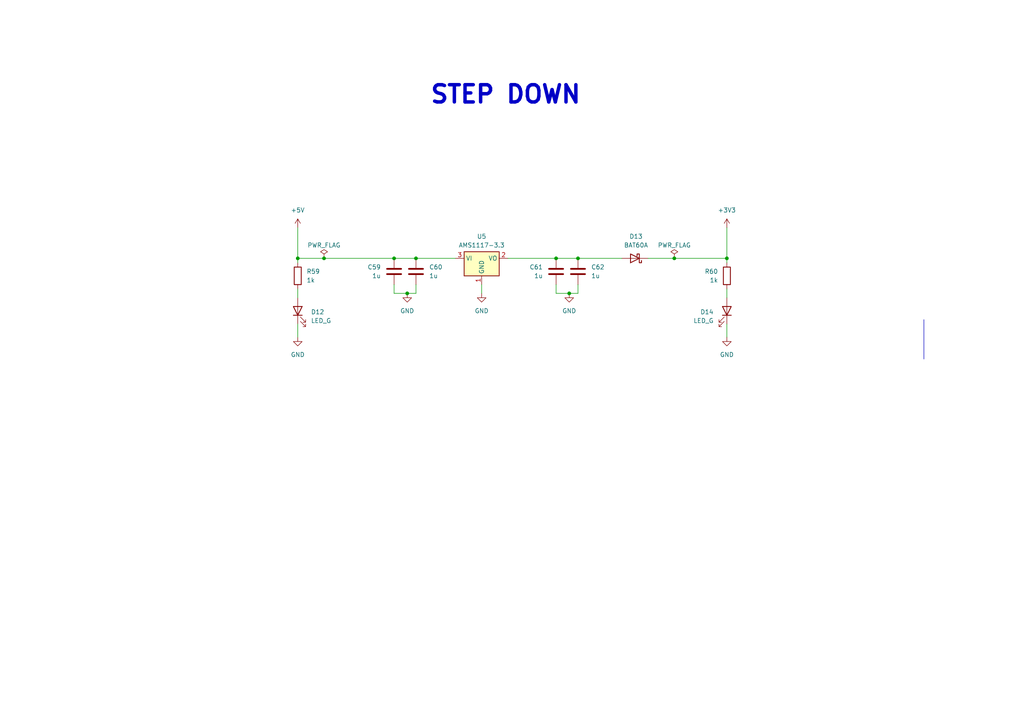
<source format=kicad_sch>
(kicad_sch (version 20230121) (generator eeschema)
  (paper "A4")
  (lib_symbols
    (symbol "Device:C" (pin_numbers hide) (pin_names (offset 0.254))
      (property "Reference" "C" (at 0.635 2.54 0))
      (property "Value" "C" (at 0.635 -2.54 0))
      (symbol "C_0_1"
        (polyline (pts (xy -2.032 -0.762) (xy 2.032 -0.762)) (stroke (width 0.508)))
        (polyline (pts (xy -2.032 0.762) (xy 2.032 0.762)) (stroke (width 0.508)))
      )
      (symbol "C_1_1"
        (pin passive line (at 0 3.81 270) (length 2.794) (name "~") (number "1"))
        (pin passive line (at 0 -3.81 90) (length 2.794) (name "~") (number "2"))
      )
    )
    (symbol "Device:LED" (pin_numbers hide) (pin_names (offset 1.016) hide)
      (property "Reference" "D" (at 0 2.54 0))
      (property "Value" "LED" (at 0 -2.54 0))
      (symbol "LED_0_1"
        (polyline (pts (xy -1.27 -1.27) (xy -1.27 1.27)) (stroke (width 0.254)))
        (polyline (pts (xy -1.27 0) (xy 1.27 0)))
        (polyline (pts (xy 1.27 -1.27) (xy 1.27 1.27) (xy -1.27 0) (xy 1.27 -1.27)) (stroke (width 0.254)))
        (polyline (pts (xy -3.048 -0.762) (xy -4.572 -2.286) (xy -3.81 -2.286) (xy -4.572 -2.286) (xy -4.572 -1.524)))
        (polyline (pts (xy -1.778 -0.762) (xy -3.302 -2.286) (xy -2.54 -2.286) (xy -3.302 -2.286) (xy -3.302 -1.524)))
      )
      (symbol "LED_1_1"
        (pin passive line (at -3.81 0 0) (length 2.54) (name "K") (number "1"))
        (pin passive line (at 3.81 0 180) (length 2.54) (name "A") (number "2"))
      )
    )
    (symbol "Device:R" (pin_numbers hide) (pin_names (offset 0))
      (property "Reference" "R" (at 2.032 0 90))
      (property "Value" "R" (at 0 0 90))
      (symbol "R_0_1"
        (rectangle (start -1.016 -2.54) (end 1.016 2.54) (stroke (width 0.254)))
      )
      (symbol "R_1_1"
        (pin passive line (at 0 3.81 270) (length 1.27) (name "~") (number "1"))
        (pin passive line (at 0 -3.81 90) (length 1.27) (name "~") (number "2"))
      )
    )
    (symbol "Diode:BAT60A" (pin_numbers hide) (pin_names (offset 1.016) hide)
      (property "Reference" "D" (at 0 2.54 0))
      (property "Value" "BAT60A" (at 0 -2.54 0))
      (symbol "BAT60A_0_1"
        (polyline (pts (xy 1.27 0) (xy -1.27 0)))
        (polyline (pts (xy 1.27 1.27) (xy 1.27 -1.27) (xy -1.27 0) (xy 1.27 1.27)) (stroke (width 0.254)))
        (polyline (pts (xy -1.905 0.635) (xy -1.905 1.27) (xy -1.27 1.27) (xy -1.27 -1.27) (xy -0.635 -1.27) (xy -0.635 -0.635)) (stroke (width 0.254)))
      )
      (symbol "BAT60A_1_1"
        (pin passive line (at -3.81 0 0) (length 2.54) (name "K") (number "1"))
        (pin passive line (at 3.81 0 180) (length 2.54) (name "A") (number "2"))
      )
    )
    (symbol "Regulator_Linear:AMS1117-3.3"
      (property "Reference" "U" (at -3.81 3.175 0))
      (property "Value" "AMS1117-3.3" (at 0 3.175 0))
      (symbol "AMS1117-3.3_0_1"
        (rectangle (start -5.08 -5.08) (end 5.08 1.905) (stroke (width 0.254)) (fill (type background)))
      )
      (symbol "AMS1117-3.3_1_1"
        (pin power_in line (at 0 -7.62 90) (length 2.54) (name "GND") (number "1"))
        (pin power_out line (at 7.62 0 180) (length 2.54) (name "VO") (number "2"))
        (pin power_in line (at -7.62 0 0) (length 2.54) (name "VI") (number "3"))
      )
    )
    (symbol "power:+3V3" (power) (pin_names (offset 0))
      (property "Value" "+3V3" (at 0 3.556 0))
      (symbol "+3V3_0_1"
        (polyline (pts (xy -0.762 1.27) (xy 0 2.54)))
        (polyline (pts (xy 0 0) (xy 0 2.54)))
        (polyline (pts (xy 0 2.54) (xy 0.762 1.27)))
      )
      (symbol "+3V3_1_1"
        (pin power_in line (at 0 0 90) (length 0) hide (name "+3V3") (number "1"))
      )
    )
    (symbol "power:+5V" (power) (pin_names (offset 0))
      (property "Value" "+5V" (at 0 3.556 0))
      (symbol "+5V_0_1"
        (polyline (pts (xy -0.762 1.27) (xy 0 2.54)))
        (polyline (pts (xy 0 0) (xy 0 2.54)))
        (polyline (pts (xy 0 2.54) (xy 0.762 1.27)))
      )
      (symbol "+5V_1_1"
        (pin power_in line (at 0 0 90) (length 0) hide (name "+5V") (number "1"))
      )
    )
    (symbol "power:GND" (power) (pin_names (offset 0))
      (property "Value" "GND" (at 0 -3.81 0))
      (symbol "GND_0_1"
        (polyline (pts (xy 0 0) (xy 0 -1.27) (xy 1.27 -1.27) (xy 0 -2.54) (xy -1.27 -1.27) (xy 0 -1.27)))
      )
      (symbol "GND_1_1"
        (pin power_in line (at 0 0 270) (length 0) hide (name "GND") (number "1"))
      )
    )
    (symbol "power:PWR_FLAG" (power) (pin_numbers hide) (pin_names (offset 0) hide)
      (property "Value" "PWR_FLAG" (at 0 3.81 0))
      (symbol "PWR_FLAG_0_0"
        (pin power_out line (at 0 0 90) (length 0) (name "pwr") (number "1"))
      )
      (symbol "PWR_FLAG_0_1"
        (polyline (pts (xy 0 0) (xy 0 1.27) (xy -1.016 1.905) (xy 0 2.54) (xy 1.016 1.905) (xy 0 1.27)))
      )
    )
  )
  (junction (at 93.98 74.93))
  (junction (at 120.65 74.93))
  (junction (at 195.58 74.93))
  (junction (at 114.3 74.93))
  (junction (at 118.11 85.09))
  (junction (at 161.29 74.93))
  (junction (at 165.1 85.09))
  (junction (at 167.64 74.93))
  (junction (at 210.82 74.93))
  (junction (at 86.36 74.93))
  (wire (pts (xy 114.3 82.55) (xy 114.3 85.09)))
  (wire (pts (xy 167.64 85.09) (xy 165.1 85.09)))
  (wire (pts (xy 161.29 85.09) (xy 165.1 85.09)))
  (wire (pts (xy 210.82 93.98) (xy 210.82 97.79)))
  (wire (pts (xy 120.65 85.09) (xy 118.11 85.09)))
  (wire (pts (xy 86.36 93.98) (xy 86.36 97.79)))
  (wire (pts (xy 210.82 83.82) (xy 210.82 86.36)))
  (wire (pts (xy 187.96 74.93) (xy 195.58 74.93)))
  (wire (pts (xy 86.36 74.93) (xy 93.98 74.93)))
  (wire (pts (xy 167.64 82.55) (xy 167.64 85.09)))
  (wire (pts (xy 86.36 83.82) (xy 86.36 86.36)))
  (wire (pts (xy 86.36 66.04) (xy 86.36 74.93)))
  (polyline (pts (xy 267.97 92.71) (xy 267.97 104.14)))
  (wire (pts (xy 86.36 74.93) (xy 86.36 76.2)))
  (wire (pts (xy 210.82 66.04) (xy 210.82 74.93)))
  (wire (pts (xy 120.65 82.55) (xy 120.65 85.09)))
  (wire (pts (xy 167.64 74.93) (xy 180.34 74.93)))
  (wire (pts (xy 114.3 74.93) (xy 120.65 74.93)))
  (wire (pts (xy 114.3 85.09) (xy 118.11 85.09)))
  (wire (pts (xy 139.7 82.55) (xy 139.7 85.09)))
  (wire (pts (xy 120.65 74.93) (xy 132.08 74.93)))
  (wire (pts (xy 195.58 74.93) (xy 210.82 74.93)))
  (wire (pts (xy 161.29 82.55) (xy 161.29 85.09)))
  (wire (pts (xy 210.82 74.93) (xy 210.82 76.2)))
  (wire (pts (xy 147.32 74.93) (xy 161.29 74.93)))
  (wire (pts (xy 93.98 74.93) (xy 114.3 74.93)))
  (wire (pts (xy 161.29 74.93) (xy 167.64 74.93)))
  (text "STEP DOWN" (at 124.46 30.48 0) (effects (font (size 5 5) (thickness 1) bold) (justify left bottom)))
  (symbol (lib_id "power:GND") (at 86.36 97.79 0) (unit 1)
    (property "Reference" "#PWR093" (effects hide))
    (property "Value" "GND" (at 86.36 102.87 0))
  )
  (symbol (lib_id "power:GND") (at 139.7 85.09 0) (unit 1)
    (property "Reference" "#PWR095" (effects hide))
    (property "Value" "GND" (at 139.7 90.17 0))
  )
  (symbol (lib_id "Device:C") (at 161.29 78.74 0) (mirror y) (unit 1)
    (property "Reference" "C61" (at 157.48 77.47 0) (effects (justify left)))
    (property "Value" "1u" (at 157.48 80.01 0) (effects (justify left)))
    (property "Footprint" "Capacitor_SMD:C_0603_1608Metric" (effects hide))
  )
  (symbol (lib_id "Device:LED") (at 210.82 90.17 270) (mirror x) (unit 1)
    (property "Reference" "D14" (at 207.01 90.4875 90) (effects (justify right)))
    (property "Value" "LED_G" (at 207.01 93.0275 90) (effects (justify right)))
    (property "Footprint" "LED_SMD:LED_1206_3216Metric" (effects hide))
  )
  (symbol (lib_id "Device:R") (at 210.82 80.01 0) (mirror y) (unit 1)
    (property "Reference" "R60" (at 208.28 78.74 0) (effects (justify left)))
    (property "Value" "1k" (at 208.28 81.28 0) (effects (justify left)))
    (property "Footprint" "Resistor_SMD:R_0603_1608Metric_Pad0.98x0.95mm_HandSolder" (effects hide))
  )
  (symbol (lib_id "Device:C") (at 167.64 78.74 0) (unit 1)
    (property "Reference" "C62" (at 171.45 77.47 0) (effects (justify left)))
    (property "Value" "1u" (at 171.45 80.01 0) (effects (justify left)))
    (property "Footprint" "Capacitor_SMD:C_0603_1608Metric" (effects hide))
  )
  (symbol (lib_id "power:PWR_FLAG") (at 93.98 74.93 0) (unit 1)
    (property "Reference" "#FLG03" (effects hide))
    (property "Value" "PWR_FLAG" (at 93.98 71.12 0))
  )
  (symbol (lib_id "power:+3V3") (at 210.82 66.04 0) (unit 1)
    (property "Reference" "#PWR097" (effects hide))
    (property "Value" "+3V3" (at 210.82 60.96 0))
  )
  (symbol (lib_id "power:GND") (at 210.82 97.79 0) (mirror y) (unit 1)
    (property "Reference" "#PWR098" (effects hide))
    (property "Value" "GND" (at 210.82 102.87 0))
  )
  (symbol (lib_id "Regulator_Linear:AMS1117-3.3") (at 139.7 74.93 0) (unit 1)
    (property "Reference" "U5" (at 139.7 68.58 0))
    (property "Value" "AMS1117-3.3" (at 139.7 71.12 0))
    (property "Footprint" "Package_TO_SOT_SMD:SOT-223-3_TabPin2" (effects hide))
    (property "Datasheet" "http://www.advanced-monolithic.com/pdf/ds1117.pdf" (effects hide))
  )
  (symbol (lib_id "Device:C") (at 120.65 78.74 0) (unit 1)
    (property "Reference" "C60" (at 124.46 77.47 0) (effects (justify left)))
    (property "Value" "1u" (at 124.46 80.01 0) (effects (justify left)))
    (property "Footprint" "Capacitor_SMD:C_0603_1608Metric" (effects hide))
  )
  (symbol (lib_id "power:GND") (at 165.1 85.09 0) (unit 1)
    (property "Reference" "#PWR096" (effects hide))
    (property "Value" "GND" (at 165.1 90.17 0))
  )
  (symbol (lib_id "power:+5V") (at 86.36 66.04 0) (unit 1)
    (property "Reference" "#PWR092" (effects hide))
    (property "Value" "+5V" (at 86.36 60.96 0))
  )
  (symbol (lib_id "Device:LED") (at 86.36 90.17 90) (unit 1)
    (property "Reference" "D12" (at 90.17 90.4875 90) (effects (justify right)))
    (property "Value" "LED_G" (at 90.17 93.0275 90) (effects (justify right)))
    (property "Footprint" "LED_SMD:LED_1206_3216Metric" (effects hide))
  )
  (symbol (lib_id "power:GND") (at 118.11 85.09 0) (unit 1)
    (property "Reference" "#PWR094" (effects hide))
    (property "Value" "GND" (at 118.11 90.17 0))
  )
  (symbol (lib_id "Device:C") (at 114.3 78.74 0) (mirror y) (unit 1)
    (property "Reference" "C59" (at 110.49 77.47 0) (effects (justify left)))
    (property "Value" "1u" (at 110.49 80.01 0) (effects (justify left)))
    (property "Footprint" "Capacitor_SMD:C_0603_1608Metric" (effects hide))
  )
  (symbol (lib_id "Device:R") (at 86.36 80.01 0) (unit 1)
    (property "Reference" "R59" (at 88.9 78.74 0) (effects (justify left)))
    (property "Value" "1k" (at 88.9 81.28 0) (effects (justify left)))
    (property "Footprint" "Resistor_SMD:R_0603_1608Metric_Pad0.98x0.95mm_HandSolder" (effects hide))
  )
  (symbol (lib_id "power:PWR_FLAG") (at 195.58 74.93 0) (unit 1)
    (property "Reference" "#FLG04" (effects hide))
    (property "Value" "PWR_FLAG" (at 195.58 71.12 0))
  )
  (symbol (lib_id "Diode:BAT60A") (at 184.15 74.93 180) (unit 1)
    (property "Reference" "D13" (at 184.4675 68.58 0))
    (property "Value" "BAT60A" (at 184.4675 71.12 0))
    (property "Footprint" "Diode_SMD:D_SOD-323" (effects hide))
    (property "Datasheet" "https://www.infineon.com/dgdl/Infineon-BAT60ASERIES-DS-v01_01-en.pdf?fileId=db3a304313d846880113def70c9304a9" (effects hide))
  )
)
</source>
